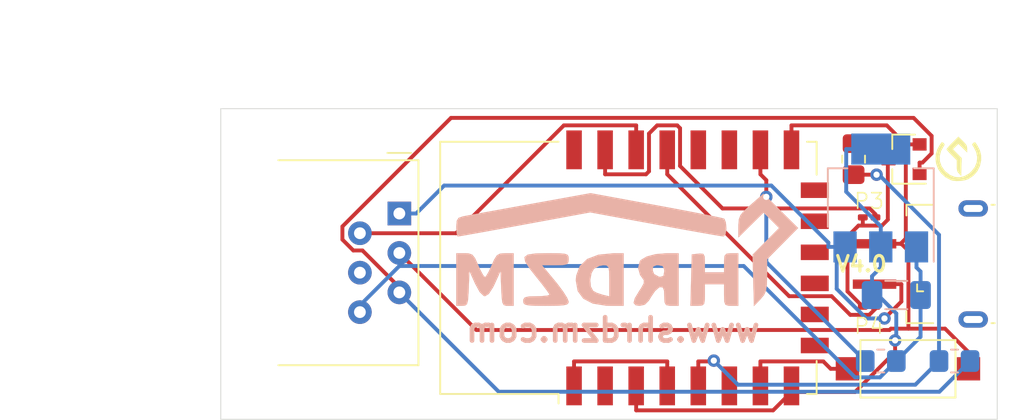
<source format=kicad_pcb>
(kicad_pcb (version 20171130) (host pcbnew "(5.1.9)-1")

  (general
    (thickness 1.6)
    (drawings 8)
    (tracks 136)
    (zones 0)
    (modules 14)
    (nets 25)
  )

  (page A4)
  (layers
    (0 F.Cu signal)
    (31 B.Cu signal)
    (32 B.Adhes user)
    (33 F.Adhes user)
    (34 B.Paste user)
    (35 F.Paste user)
    (36 B.SilkS user)
    (37 F.SilkS user)
    (38 B.Mask user)
    (39 F.Mask user)
    (40 Dwgs.User user)
    (41 Cmts.User user)
    (42 Eco1.User user)
    (43 Eco2.User user)
    (44 Edge.Cuts user)
    (45 Margin user)
    (46 B.CrtYd user)
    (47 F.CrtYd user)
    (48 B.Fab user)
    (49 F.Fab user)
  )

  (setup
    (last_trace_width 0.25)
    (trace_clearance 0.2)
    (zone_clearance 0.508)
    (zone_45_only no)
    (trace_min 0.2)
    (via_size 0.8)
    (via_drill 0.4)
    (via_min_size 0.4)
    (via_min_drill 0.3)
    (uvia_size 0.3)
    (uvia_drill 0.1)
    (uvias_allowed no)
    (uvia_min_size 0.2)
    (uvia_min_drill 0.1)
    (edge_width 0.05)
    (segment_width 0.2)
    (pcb_text_width 0.3)
    (pcb_text_size 1.5 1.5)
    (mod_edge_width 0.12)
    (mod_text_size 1 1)
    (mod_text_width 0.15)
    (pad_size 1.524 1.524)
    (pad_drill 0.762)
    (pad_to_mask_clearance 0)
    (aux_axis_origin 0 0)
    (visible_elements FFFFFF7F)
    (pcbplotparams
      (layerselection 0x010fc_ffffffff)
      (usegerberextensions false)
      (usegerberattributes true)
      (usegerberadvancedattributes true)
      (creategerberjobfile true)
      (excludeedgelayer true)
      (linewidth 0.100000)
      (plotframeref false)
      (viasonmask false)
      (mode 1)
      (useauxorigin false)
      (hpglpennumber 1)
      (hpglpenspeed 20)
      (hpglpendiameter 15.000000)
      (psnegative false)
      (psa4output false)
      (plotreference true)
      (plotvalue true)
      (plotinvisibletext false)
      (padsonsilk false)
      (subtractmaskfromsilk false)
      (outputformat 1)
      (mirror false)
      (drillshape 1)
      (scaleselection 1)
      (outputdirectory ""))
  )

  (net 0 "")
  (net 1 "Net-(C1-Pad1)")
  (net 2 "Net-(C1-Pad2)")
  (net 3 "Net-(J1-Pad1)")
  (net 4 "Net-(J2-Pad5)")
  (net 5 "Net-(J2-Pad4)")
  (net 6 "Net-(J2-Pad2)")
  (net 7 "Net-(Q1-Pad3)")
  (net 8 "Net-(R1-Pad2)")
  (net 9 "Net-(R2-Pad2)")
  (net 10 "Net-(R3-Pad1)")
  (net 11 "Net-(R4-Pad1)")
  (net 12 "Net-(SW1-Pad1)")
  (net 13 "Net-(U2-Pad1)")
  (net 14 "Net-(U2-Pad2)")
  (net 15 "Net-(U2-Pad6)")
  (net 16 "Net-(U2-Pad9)")
  (net 17 "Net-(U2-Pad10)")
  (net 18 "Net-(U2-Pad11)")
  (net 19 "Net-(U2-Pad12)")
  (net 20 "Net-(U2-Pad13)")
  (net 21 "Net-(U2-Pad14)")
  (net 22 "Net-(U2-Pad17)")
  (net 23 "Net-(U2-Pad18)")
  (net 24 "Net-(U2-Pad22)")

  (net_class Default "This is the default net class."
    (clearance 0.2)
    (trace_width 0.25)
    (via_dia 0.8)
    (via_drill 0.4)
    (uvia_dia 0.3)
    (uvia_drill 0.1)
    (add_net "Net-(C1-Pad1)")
    (add_net "Net-(C1-Pad2)")
    (add_net "Net-(J1-Pad1)")
    (add_net "Net-(J2-Pad2)")
    (add_net "Net-(J2-Pad4)")
    (add_net "Net-(J2-Pad5)")
    (add_net "Net-(Q1-Pad3)")
    (add_net "Net-(R1-Pad2)")
    (add_net "Net-(R2-Pad2)")
    (add_net "Net-(R3-Pad1)")
    (add_net "Net-(R4-Pad1)")
    (add_net "Net-(SW1-Pad1)")
    (add_net "Net-(U2-Pad1)")
    (add_net "Net-(U2-Pad10)")
    (add_net "Net-(U2-Pad11)")
    (add_net "Net-(U2-Pad12)")
    (add_net "Net-(U2-Pad13)")
    (add_net "Net-(U2-Pad14)")
    (add_net "Net-(U2-Pad17)")
    (add_net "Net-(U2-Pad18)")
    (add_net "Net-(U2-Pad2)")
    (add_net "Net-(U2-Pad22)")
    (add_net "Net-(U2-Pad6)")
    (add_net "Net-(U2-Pad9)")
  )

  (module "SHRDZM:SHRDZM 22x7" (layer B.Cu) (tedit 0) (tstamp 61468FD9)
    (at 96.25 49 180)
    (fp_text reference G1 (at 0 0) (layer B.SilkS) hide
      (effects (font (size 1.524 1.524) (thickness 0.3)) (justify mirror))
    )
    (fp_text value LOGO (at 0.75 0) (layer B.SilkS) hide
      (effects (font (size 1.524 1.524) (thickness 0.3)) (justify mirror))
    )
    (fp_poly (pts (xy -7.889393 2.826854) (xy -7.459882 2.439798) (xy -7.217448 2.152798) (xy -7.109048 1.873213)
      (xy -7.081642 1.508401) (xy -7.081212 1.415339) (xy -7.081212 0.703245) (xy -7.893288 1.505234)
      (xy -8.705365 2.307223) (xy -9.201025 1.811562) (xy -9.696686 1.315902) (xy -8.84527 0.455508)
      (xy -7.993854 -0.404885) (xy -8.037836 -2.060399) (xy -8.081818 -3.715914) (xy -8.505151 -3.273473)
      (xy -8.733883 -3.000547) (xy -8.861695 -2.717593) (xy -8.917059 -2.323211) (xy -8.928484 -1.765742)
      (xy -8.928484 -0.700453) (xy -10.929686 1.316201) (xy -9.813631 2.421238) (xy -8.697575 3.526275)
      (xy -7.889393 2.826854)) (layer B.SilkS) (width 0.01))
    (fp_poly (pts (xy -6.323272 -0.332194) (xy -6.191634 -0.463962) (xy -6.158304 -0.791414) (xy -6.157575 -0.923636)
      (xy -6.157575 -1.539394) (xy -4.92606 -1.539394) (xy -4.92606 -0.913411) (xy -4.90997 -0.516795)
      (xy -4.822498 -0.347616) (xy -4.604841 -0.325687) (xy -4.502727 -0.336138) (xy -4.079393 -0.384848)
      (xy -4.035701 -2.039697) (xy -3.992008 -3.694545) (xy -4.459034 -3.694545) (xy -4.746185 -3.674901)
      (xy -4.882186 -3.560245) (xy -4.923389 -3.266991) (xy -4.92606 -3.001818) (xy -4.92606 -2.30909)
      (xy -6.157575 -2.30909) (xy -6.157575 -3.001818) (xy -6.170963 -3.427786) (xy -6.248259 -3.629539)
      (xy -6.445168 -3.690629) (xy -6.619393 -3.694545) (xy -7.081212 -3.694545) (xy -7.081212 -0.307878)
      (xy -6.619393 -0.307878) (xy -6.323272 -0.332194)) (layer B.SilkS) (width 0.01))
    (fp_poly (pts (xy -1.761891 -0.364157) (xy -1.176456 -0.517601) (xy -0.795358 -0.745123) (xy -0.736702 -0.817812)
      (xy -0.622926 -1.255003) (xy -0.751502 -1.713021) (xy -0.860068 -1.862081) (xy -0.99411 -2.05174)
      (xy -0.986149 -2.247786) (xy -0.818135 -2.550589) (xy -0.706128 -2.718119) (xy -0.410165 -3.208523)
      (xy -0.330986 -3.512364) (xy -0.469438 -3.662528) (xy -0.731212 -3.694129) (xy -1.056406 -3.624237)
      (xy -1.314776 -3.367405) (xy -1.462424 -3.118673) (xy -1.71518 -2.746889) (xy -1.971816 -2.518078)
      (xy -2.039696 -2.492044) (xy -2.214385 -2.513209) (xy -2.293196 -2.712421) (xy -2.30909 -3.0675)
      (xy -2.326485 -3.466995) (xy -2.421636 -3.64641) (xy -2.658995 -3.693258) (xy -2.770909 -3.694545)
      (xy -3.232727 -3.694545) (xy -3.232727 -1.47313) (xy -2.30909 -1.47313) (xy -2.258836 -1.761451)
      (xy -2.055968 -1.82919) (xy -1.962727 -1.819494) (xy -1.651515 -1.644194) (xy -1.567172 -1.423939)
      (xy -1.58782 -1.165224) (xy -1.807492 -1.080681) (xy -1.913535 -1.077575) (xy -2.211204 -1.136573)
      (xy -2.306171 -1.375294) (xy -2.30909 -1.47313) (xy -3.232727 -1.47313) (xy -3.232727 -0.307878)
      (xy -2.473051 -0.307878) (xy -1.761891 -0.364157)) (layer B.SilkS) (width 0.01))
    (fp_poly (pts (xy 0.962122 -0.308737) (xy 1.928012 -0.402391) (xy 2.653662 -0.67821) (xy 3.134329 -1.132748)
      (xy 3.365267 -1.76256) (xy 3.386667 -2.069914) (xy 3.266339 -2.744473) (xy 2.90305 -3.237267)
      (xy 2.293344 -3.550801) (xy 1.433765 -3.68758) (xy 1.144525 -3.694545) (xy 0.307879 -3.694545)
      (xy 0.307879 -2.081114) (xy 1.231516 -2.081114) (xy 1.231516 -3.084653) (xy 1.654849 -2.983524)
      (xy 2.038885 -2.855649) (xy 2.270607 -2.730833) (xy 2.421578 -2.446134) (xy 2.454349 -2.018098)
      (xy 2.37379 -1.585602) (xy 2.221126 -1.31948) (xy 1.87761 -1.126027) (xy 1.605368 -1.077575)
      (xy 1.404546 -1.09646) (xy 1.292558 -1.199363) (xy 1.243559 -1.455657) (xy 1.231705 -1.934715)
      (xy 1.231516 -2.081114) (xy 0.307879 -2.081114) (xy 0.307879 -0.307878) (xy 0.962122 -0.308737)) (layer B.SilkS) (width 0.01))
    (fp_poly (pts (xy 6.008444 -0.324563) (xy 6.489165 -0.397713) (xy 6.697007 -0.561976) (xy 6.648045 -0.851995)
      (xy 6.358353 -1.302417) (xy 5.943455 -1.826753) (xy 5.558275 -2.307948) (xy 5.261632 -2.698313)
      (xy 5.0982 -2.938158) (xy 5.08 -2.980469) (xy 5.219249 -3.034323) (xy 5.578439 -3.070034)
      (xy 5.926667 -3.078787) (xy 6.415954 -3.092151) (xy 6.670845 -3.149929) (xy 6.764304 -3.278654)
      (xy 6.773334 -3.386666) (xy 6.751251 -3.529762) (xy 6.646928 -3.620073) (xy 6.403254 -3.669624)
      (xy 5.96312 -3.690438) (xy 5.31091 -3.694545) (xy 4.627332 -3.688681) (xy 4.195493 -3.66408)
      (xy 3.959361 -3.610229) (xy 3.862904 -3.516613) (xy 3.848485 -3.420136) (xy 3.942489 -3.182397)
      (xy 4.193196 -2.785351) (xy 4.553648 -2.300582) (xy 4.706811 -2.111651) (xy 5.565136 -1.077575)
      (xy 4.706811 -1.077575) (xy 4.217751 -1.0679) (xy 3.961604 -1.016496) (xy 3.863511 -0.889801)
      (xy 3.848485 -0.692727) (xy 3.859459 -0.510799) (xy 3.93181 -0.397724) (xy 4.12468 -0.33713)
      (xy 4.497215 -0.312646) (xy 5.108556 -0.3079) (xy 5.238771 -0.307878) (xy 6.008444 -0.324563)) (layer B.SilkS) (width 0.01))
    (fp_poly (pts (xy 8.26362 -0.330757) (xy 8.475033 -0.447322) (xy 8.651647 -0.729463) (xy 8.803601 -1.077575)
      (xy 8.999928 -1.504146) (xy 9.165105 -1.783649) (xy 9.236364 -1.847272) (xy 9.352911 -1.717378)
      (xy 9.532806 -1.383147) (xy 9.669127 -1.077575) (xy 9.871071 -0.630791) (xy 10.049204 -0.401604)
      (xy 10.284523 -0.318124) (xy 10.536318 -0.307878) (xy 11.083637 -0.307878) (xy 11.083637 -3.694545)
      (xy 10.705532 -3.694545) (xy 10.509824 -3.676699) (xy 10.392873 -3.579298) (xy 10.329724 -3.336552)
      (xy 10.295422 -2.882668) (xy 10.282199 -2.578484) (xy 10.23697 -1.462424) (xy 9.87165 -2.270606)
      (xy 9.578486 -2.808425) (xy 9.317423 -3.060581) (xy 9.236364 -3.078787) (xy 8.988976 -2.928941)
      (xy 8.705713 -2.48863) (xy 8.601078 -2.270606) (xy 8.235758 -1.462424) (xy 8.190529 -2.578484)
      (xy 8.161159 -3.154028) (xy 8.114644 -3.487584) (xy 8.026028 -3.644945) (xy 7.870356 -3.691902)
      (xy 7.767196 -3.694545) (xy 7.389091 -3.694545) (xy 7.389091 -0.307878) (xy 7.93641 -0.307878)
      (xy 8.26362 -0.330757)) (layer B.SilkS) (width 0.01))
    (fp_poly (pts (xy 6.33845 2.855293) (xy 7.417916 2.659623) (xy 8.416121 2.477961) (xy 9.287089 2.318731)
      (xy 9.98484 2.19036) (xy 10.463396 2.101271) (xy 10.660304 2.063377) (xy 10.937411 1.968731)
      (xy 11.057669 1.770842) (xy 11.083637 1.373224) (xy 11.061472 0.992029) (xy 11.006232 0.783193)
      (xy 10.98564 0.769697) (xy 10.81443 0.79655) (xy 10.380107 0.87235) (xy 9.722286 0.989964)
      (xy 8.880581 1.142255) (xy 7.894607 1.322089) (xy 6.803979 1.522331) (xy 6.675337 1.546032)
      (xy 2.463031 2.322366) (xy -1.749276 1.546032) (xy -2.854042 1.343541) (xy -3.863046 1.160741)
      (xy -4.735726 1.004807) (xy -5.431519 0.882919) (xy -5.909864 0.802252) (xy -6.130199 0.769986)
      (xy -6.136549 0.769697) (xy -6.253464 0.905031) (xy -6.310375 1.238488) (xy -6.311515 1.2994)
      (xy -6.273638 1.680671) (xy -6.181152 1.907521) (xy -6.168231 1.917657) (xy -5.98478 1.967536)
      (xy -5.538462 2.064115) (xy -4.8694 2.199457) (xy -4.017718 2.365623) (xy -3.02354 2.554673)
      (xy -1.92699 2.758671) (xy -1.792509 2.783396) (xy 2.43993 3.56058) (xy 6.33845 2.855293)) (layer B.SilkS) (width 0.01))
  )

  (module "SHRDZM:SHRDZM Symbol 3x3" (layer F.Cu) (tedit 0) (tstamp 6146865A)
    (at 117.5 43.25)
    (fp_text reference G2 (at 0 0) (layer F.SilkS) hide
      (effects (font (size 1.524 1.524) (thickness 0.3)))
    )
    (fp_text value LOGO (at 0.75 0) (layer F.SilkS) hide
      (effects (font (size 1.524 1.524) (thickness 0.3)))
    )
    (fp_poly (pts (xy -0.964279 -1.040565) (xy -0.962134 -1.038625) (xy -0.895183 -0.963343) (xy -0.904292 -0.896181)
      (xy -0.940626 -0.84248) (xy -1.122477 -0.522056) (xy -1.207656 -0.192211) (xy -1.196872 0.135435)
      (xy -1.090835 0.449266) (xy -0.890254 0.737661) (xy -0.841013 0.789121) (xy -0.553279 1.015232)
      (xy -0.249064 1.14303) (xy 0.062476 1.172517) (xy 0.372184 1.103691) (xy 0.670903 0.936554)
      (xy 0.841012 0.789121) (xy 1.059653 0.506935) (xy 1.183887 0.197085) (xy 1.213004 -0.128812)
      (xy 1.146294 -0.459135) (xy 0.983048 -0.782268) (xy 0.940625 -0.84248) (xy 0.891303 -0.927962)
      (xy 0.914827 -0.992261) (xy 0.962133 -1.038625) (xy 1.021211 -1.084731) (xy 1.068578 -1.083922)
      (xy 1.125623 -1.023165) (xy 1.21374 -0.889426) (xy 1.217989 -0.882727) (xy 1.378882 -0.572228)
      (xy 1.456368 -0.264303) (xy 1.460214 0.077694) (xy 1.381906 0.44672) (xy 1.214004 0.778877)
      (xy 0.965857 1.060382) (xy 0.646814 1.277448) (xy 0.64635 1.277686) (xy 0.421101 1.356666)
      (xy 0.14492 1.401299) (xy -0.140151 1.408785) (xy -0.392068 1.37633) (xy -0.472543 1.352133)
      (xy -0.817641 1.17416) (xy -1.099517 0.927474) (xy -1.308555 0.625345) (xy -1.435141 0.281041)
      (xy -1.470687 -0.0254) (xy -1.446539 -0.339501) (xy -1.360043 -0.620782) (xy -1.217374 -0.8837)
      (xy -1.127862 -1.020115) (xy -1.070154 -1.083045) (xy -1.022781 -1.085518) (xy -0.964279 -1.040565)) (layer F.SilkS) (width 0.01))
    (fp_poly (pts (xy 0.279165 -1.168632) (xy 0.422541 -1.021868) (xy 0.506383 -0.914993) (xy 0.546412 -0.819633)
      (xy 0.558347 -0.707412) (xy 0.5588 -0.663871) (xy 0.5588 -0.435271) (xy 0.27991 -0.710696)
      (xy 0.001021 -0.986121) (xy -0.356875 -0.639235) (xy -0.075086 -0.354474) (xy 0.206704 -0.069713)
      (xy 0.1778 1.073827) (xy 0.0381 0.927833) (xy -0.037098 0.838234) (xy -0.079263 0.745446)
      (xy -0.097671 0.616256) (xy -0.1016 0.427552) (xy -0.1016 0.073264) (xy -0.4318 -0.254)
      (xy -0.577309 -0.403729) (xy -0.690086 -0.530269) (xy -0.753724 -0.614702) (xy -0.762 -0.634804)
      (xy -0.727925 -0.690727) (xy -0.63583 -0.799858) (xy -0.500912 -0.944964) (xy -0.381235 -1.066568)
      (xy -0.000469 -1.444791) (xy 0.279165 -1.168632)) (layer F.SilkS) (width 0.01))
  )

  (module ErichCollection:RJ12_Amphenol_54601 (layer F.Cu) (tedit 614616D7) (tstamp 6146719F)
    (at 81.5 46.75 270)
    (descr "RJ12 connector  https://cdn.amphenol-icc.com/media/wysiwyg/files/drawing/c-bmj-0082.pdf")
    (tags "RJ12 connector")
    (path /61467AE7)
    (fp_text reference J2 (at -1.67 -2.16 270) (layer F.SilkS) hide
      (effects (font (size 1 1) (thickness 0.15)))
    )
    (fp_text value RJ12 (at 3.54 18.3 270) (layer F.Fab) hide
      (effects (font (size 1 1) (thickness 0.15)))
    )
    (fp_text user %R (at 3.16 7.76 270) (layer F.Fab) hide
      (effects (font (size 1 1) (thickness 0.15)))
    )
    (fp_line (start -3.43 -0.48) (end -3.43 -1.23) (layer F.Fab) (width 0.1))
    (fp_line (start -2.93 0.02) (end -3.43 -0.48) (layer F.Fab) (width 0.1))
    (fp_line (start -3.43 0.52) (end -2.93 0.02) (layer F.Fab) (width 0.1))
    (fp_line (start -3.9 0.77) (end -3.9 -0.76) (layer F.SilkS) (width 0.12))
    (fp_line (start -3.43 7.79) (end -3.43 -1.23) (layer F.SilkS) (width 0.12))
    (fp_line (start -3.43 7.72) (end -3.43 7.79) (layer F.SilkS) (width 0.1))
    (fp_line (start 9.77 -1.23) (end 9.77 7.79) (layer F.SilkS) (width 0.12))
    (fp_line (start -3.43 -1.23) (end 9.77 -1.23) (layer F.SilkS) (width 0.12))
    (fp_line (start -4.04 17.27) (end -4.04 -1.73) (layer F.CrtYd) (width 0.05))
    (fp_line (start 10.38 17.27) (end -4.04 17.27) (layer F.CrtYd) (width 0.05))
    (fp_line (start 10.38 -1.73) (end 10.38 17.27) (layer F.CrtYd) (width 0.05))
    (fp_line (start -4.04 -1.73) (end 10.38 -1.73) (layer F.CrtYd) (width 0.05))
    (fp_line (start 9.77 16.77) (end -3.43 16.77) (layer F.Fab) (width 0.1))
    (fp_line (start 9.77 -1.23) (end 9.77 16.77) (layer F.Fab) (width 0.1))
    (fp_line (start -3.43 -1.23) (end 9.77 -1.23) (layer F.Fab) (width 0.1))
    (fp_line (start -3.43 16.77) (end -3.43 0.52) (layer F.Fab) (width 0.1))
    (pad 1 thru_hole rect (at 0 0 270) (size 1.52 1.52) (drill 0.76) (layers *.Cu *.Mask)
      (net 3 "Net-(J1-Pad1)"))
    (pad "" np_thru_hole circle (at -1.91 8.89 270) (size 3.25 3.25) (drill 3.25) (layers *.Cu *.Mask))
    (pad 2 thru_hole circle (at 1.27 2.54 270) (size 1.52 1.52) (drill 0.76) (layers *.Cu *.Mask)
      (net 6 "Net-(J2-Pad2)"))
    (pad 3 thru_hole circle (at 2.54 0 270) (size 1.52 1.52) (drill 0.76) (layers *.Cu *.Mask)
      (net 2 "Net-(C1-Pad2)"))
    (pad 4 thru_hole circle (at 3.81 2.54 270) (size 1.52 1.52) (drill 0.76) (layers *.Cu *.Mask)
      (net 5 "Net-(J2-Pad4)"))
    (pad 5 thru_hole circle (at 5.08 0 270) (size 1.52 1.52) (drill 0.76) (layers *.Cu *.Mask)
      (net 4 "Net-(J2-Pad5)"))
    (pad 6 thru_hole circle (at 6.35 2.54 270) (size 1.52 1.52) (drill 0.76) (layers *.Cu *.Mask)
      (net 2 "Net-(C1-Pad2)"))
    (pad "" np_thru_hole circle (at 8.25 8.89 270) (size 3.25 3.25) (drill 3.25) (layers *.Cu *.Mask))
    (model ${KISYS3DMOD}/Connector_RJ.3dshapes/RJ12_Amphenol_54601.wrl
      (at (xyz 0 0 0))
      (scale (xyz 1 1 1))
      (rotate (xyz 0 0 0))
    )
  )

  (module Button_Switch_SMD:SW_SPST_CK_RS282G05A3 (layer F.Cu) (tedit 5A7A67D2) (tstamp 6146790A)
    (at 114.25 56.75)
    (descr https://www.mouser.com/ds/2/60/RS-282G05A-SM_RT-1159762.pdf)
    (tags "SPST button tactile switch")
    (path /6146B626)
    (attr smd)
    (fp_text reference SW1 (at 0 -2.6) (layer F.SilkS) hide
      (effects (font (size 1 1) (thickness 0.15)))
    )
    (fp_text value SW_Push (at 0 3) (layer F.Fab) hide
      (effects (font (size 1 1) (thickness 0.15)))
    )
    (fp_text user %R (at 0 -2.6) (layer F.Fab) hide
      (effects (font (size 1 1) (thickness 0.15)))
    )
    (fp_line (start -4.9 2.05) (end -4.9 -2.05) (layer F.CrtYd) (width 0.05))
    (fp_line (start 4.9 2.05) (end -4.9 2.05) (layer F.CrtYd) (width 0.05))
    (fp_line (start 4.9 -2.05) (end 4.9 2.05) (layer F.CrtYd) (width 0.05))
    (fp_line (start -4.9 -2.05) (end 4.9 -2.05) (layer F.CrtYd) (width 0.05))
    (fp_line (start -1.75 -1) (end 1.75 -1) (layer F.Fab) (width 0.1))
    (fp_line (start 1.75 -1) (end 1.75 1) (layer F.Fab) (width 0.1))
    (fp_line (start 1.75 1) (end -1.75 1) (layer F.Fab) (width 0.1))
    (fp_line (start -1.75 1) (end -1.75 -1) (layer F.Fab) (width 0.1))
    (fp_line (start -3.06 -1.85) (end 3.06 -1.85) (layer F.SilkS) (width 0.12))
    (fp_line (start 3.06 -1.85) (end 3.06 1.85) (layer F.SilkS) (width 0.12))
    (fp_line (start 3.06 1.85) (end -3.06 1.85) (layer F.SilkS) (width 0.12))
    (fp_line (start -3.06 1.85) (end -3.06 -1.85) (layer F.SilkS) (width 0.12))
    (fp_line (start -1.5 0.8) (end 1.5 0.8) (layer F.Fab) (width 0.1))
    (fp_line (start -1.5 -0.8) (end 1.5 -0.8) (layer F.Fab) (width 0.1))
    (fp_line (start 1.5 -0.8) (end 1.5 0.8) (layer F.Fab) (width 0.1))
    (fp_line (start -1.5 -0.8) (end -1.5 0.8) (layer F.Fab) (width 0.1))
    (fp_line (start -3 1.8) (end 3 1.8) (layer F.Fab) (width 0.1))
    (fp_line (start -3 -1.8) (end 3 -1.8) (layer F.Fab) (width 0.1))
    (fp_line (start -3 -1.8) (end -3 1.8) (layer F.Fab) (width 0.1))
    (fp_line (start 3 -1.8) (end 3 1.8) (layer F.Fab) (width 0.1))
    (pad 2 smd rect (at 3.9 0) (size 1.5 1.5) (layers F.Cu F.Paste F.Mask)
      (net 2 "Net-(C1-Pad2)"))
    (pad 1 smd rect (at -3.9 0) (size 1.5 1.5) (layers F.Cu F.Paste F.Mask)
      (net 12 "Net-(SW1-Pad1)"))
    (model ${KISYS3DMOD}/Button_Switch_SMD.3dshapes/SW_SPST_CK_RS282G05A3.wrl
      (at (xyz 0 0 0))
      (scale (xyz 1 1 1))
      (rotate (xyz 0 0 0))
    )
  )

  (module Capacitor_SMD:C_1206_3216Metric_Pad1.33x1.80mm_HandSolder (layer B.Cu) (tedit 5F68FEEF) (tstamp 614669CC)
    (at 113.5 52)
    (descr "Capacitor SMD 1206 (3216 Metric), square (rectangular) end terminal, IPC_7351 nominal with elongated pad for handsoldering. (Body size source: IPC-SM-782 page 76, https://www.pcb-3d.com/wordpress/wp-content/uploads/ipc-sm-782a_amendment_1_and_2.pdf), generated with kicad-footprint-generator")
    (tags "capacitor handsolder")
    (path /61461A3E)
    (attr smd)
    (fp_text reference C1 (at 0 1.85) (layer B.SilkS) hide
      (effects (font (size 1 1) (thickness 0.15)) (justify mirror))
    )
    (fp_text value 22uF (at 0 -1.85) (layer B.Fab)
      (effects (font (size 1 1) (thickness 0.15)) (justify mirror))
    )
    (fp_line (start 2.48 -1.15) (end -2.48 -1.15) (layer B.CrtYd) (width 0.05))
    (fp_line (start 2.48 1.15) (end 2.48 -1.15) (layer B.CrtYd) (width 0.05))
    (fp_line (start -2.48 1.15) (end 2.48 1.15) (layer B.CrtYd) (width 0.05))
    (fp_line (start -2.48 -1.15) (end -2.48 1.15) (layer B.CrtYd) (width 0.05))
    (fp_line (start -0.711252 -0.91) (end 0.711252 -0.91) (layer B.SilkS) (width 0.12))
    (fp_line (start -0.711252 0.91) (end 0.711252 0.91) (layer B.SilkS) (width 0.12))
    (fp_line (start 1.6 -0.8) (end -1.6 -0.8) (layer B.Fab) (width 0.1))
    (fp_line (start 1.6 0.8) (end 1.6 -0.8) (layer B.Fab) (width 0.1))
    (fp_line (start -1.6 0.8) (end 1.6 0.8) (layer B.Fab) (width 0.1))
    (fp_line (start -1.6 -0.8) (end -1.6 0.8) (layer B.Fab) (width 0.1))
    (fp_text user %R (at 0 0) (layer B.Fab)
      (effects (font (size 0.8 0.8) (thickness 0.12)) (justify mirror))
    )
    (pad 1 smd roundrect (at -1.5625 0) (size 1.325 1.8) (layers B.Cu B.Paste B.Mask) (roundrect_rratio 0.188679)
      (net 1 "Net-(C1-Pad1)"))
    (pad 2 smd roundrect (at 1.5625 0) (size 1.325 1.8) (layers B.Cu B.Paste B.Mask) (roundrect_rratio 0.188679)
      (net 2 "Net-(C1-Pad2)"))
    (model ${KISYS3DMOD}/Capacitor_SMD.3dshapes/C_1206_3216Metric.wrl
      (at (xyz 0 0 0))
      (scale (xyz 1 1 1))
      (rotate (xyz 0 0 0))
    )
  )

  (module SHRDZM:USB_Micro-B_Power (layer F.Cu) (tedit 6055B067) (tstamp 614669EB)
    (at 117.25 50 90)
    (tags "Micro-USB Power")
    (path /614630D6)
    (attr smd)
    (fp_text reference J1 (at 0.05 -7.3 90) (layer F.SilkS) hide
      (effects (font (size 1 1) (thickness 0.15)))
    )
    (fp_text value USB_B_Micro_Power (at 0 5.2 90) (layer F.Fab) hide
      (effects (font (size 1 1) (thickness 0.15)))
    )
    (fp_line (start -4.6 4.45) (end 4.6 4.45) (layer F.CrtYd) (width 0.05))
    (fp_line (start 4.6 -2.65) (end 4.6 4.45) (layer F.CrtYd) (width 0.05))
    (fp_line (start -4.6 -2.65) (end 4.6 -2.65) (layer F.CrtYd) (width 0.05))
    (fp_line (start -4.6 4.45) (end -4.6 -2.65) (layer F.CrtYd) (width 0.05))
    (fp_line (start -3.7 -3.1) (end -3.04 -3.1) (layer F.SilkS) (width 0.12))
    (fp_line (start -3.81 -1.37) (end -3.81 -3.1) (layer F.SilkS) (width 0.12))
    (fp_line (start 3.81 2.59) (end 3.81 2.38) (layer F.SilkS) (width 0.12))
    (fp_line (start 3.7 3.95) (end 3.7 -1.6) (layer F.Fab) (width 0.1))
    (fp_line (start -3 2.65) (end 3 2.65) (layer F.Fab) (width 0.1))
    (fp_line (start -3.7 3.95) (end 3.7 3.95) (layer F.Fab) (width 0.1))
    (fp_line (start -3.7 -1.6) (end 3.7 -1.6) (layer F.Fab) (width 0.1))
    (fp_line (start -3.7 3.95) (end -3.7 -1.6) (layer F.Fab) (width 0.1))
    (fp_line (start -3.81 2.59) (end -3.81 2.38) (layer F.SilkS) (width 0.12))
    (fp_line (start 3.81 -1.37) (end 3.81 -3.1) (layer F.SilkS) (width 0.12))
    (fp_line (start 3.775 -3.1) (end 3.125 -3.1) (layer F.SilkS) (width 0.12))
    (fp_line (start -1.76 -2.41) (end -1.31 -2.41) (layer F.SilkS) (width 0.12))
    (fp_line (start -1.76 -2.41) (end -1.76 -2.02) (layer F.SilkS) (width 0.12))
    (fp_line (start -1.3 -1.75) (end -1.5 -1.95) (layer F.Fab) (width 0.1))
    (fp_line (start -1.1 -1.95) (end -1.3 -1.75) (layer F.Fab) (width 0.1))
    (fp_line (start -1.5 -2.16) (end -1.1 -2.16) (layer F.Fab) (width 0.1))
    (fp_line (start -1.5 -2.16) (end -1.5 -1.95) (layer F.Fab) (width 0.1))
    (fp_line (start -1.1 -2.16) (end -1.1 -1.95) (layer F.Fab) (width 0.1))
    (fp_text user %R (at 0 0.85 90) (layer F.Fab) hide
      (effects (font (size 1 1) (thickness 0.15)))
    )
    (pad "" thru_hole oval (at 3.575 1.2 90) (size 1.05 1.9) (drill oval 0.45 1.25) (layers *.Cu *.Mask))
    (pad "" thru_hole oval (at -3.575 1.2 270) (size 1.05 1.9) (drill oval 0.45 1.25) (layers *.Cu *.Mask))
    (pad 5 smd rect (at 1.3 -5.15 90) (size 0.6 2.8) (layers F.Cu F.Paste F.Mask)
      (net 2 "Net-(C1-Pad2)"))
    (pad 1 smd rect (at -1.3 -5.15 90) (size 0.6 2.8) (layers F.Cu F.Paste F.Mask)
      (net 3 "Net-(J1-Pad1)"))
    (model ${KISYS3DMOD}/Connector_USB.3dshapes/USB_Micro-B_GCT_USB3076-30-A.wrl
      (at (xyz 0 0 0))
      (scale (xyz 1 1 1))
      (rotate (xyz 0 0 0))
    )
  )

  (module Package_TO_SOT_SMD:SOT-23 (layer F.Cu) (tedit 5A02FF57) (tstamp 61466A1A)
    (at 114 43.25 180)
    (descr "SOT-23, Standard")
    (tags SOT-23)
    (path /61463C8C)
    (attr smd)
    (fp_text reference Q1 (at 0 -2.5) (layer F.SilkS) hide
      (effects (font (size 1 1) (thickness 0.15)))
    )
    (fp_text value BC847 (at 0 2.5) (layer F.Fab) hide
      (effects (font (size 1 1) (thickness 0.15)))
    )
    (fp_line (start 0.76 1.58) (end -0.7 1.58) (layer F.SilkS) (width 0.12))
    (fp_line (start 0.76 -1.58) (end -1.4 -1.58) (layer F.SilkS) (width 0.12))
    (fp_line (start -1.7 1.75) (end -1.7 -1.75) (layer F.CrtYd) (width 0.05))
    (fp_line (start 1.7 1.75) (end -1.7 1.75) (layer F.CrtYd) (width 0.05))
    (fp_line (start 1.7 -1.75) (end 1.7 1.75) (layer F.CrtYd) (width 0.05))
    (fp_line (start -1.7 -1.75) (end 1.7 -1.75) (layer F.CrtYd) (width 0.05))
    (fp_line (start 0.76 -1.58) (end 0.76 -0.65) (layer F.SilkS) (width 0.12))
    (fp_line (start 0.76 1.58) (end 0.76 0.65) (layer F.SilkS) (width 0.12))
    (fp_line (start -0.7 1.52) (end 0.7 1.52) (layer F.Fab) (width 0.1))
    (fp_line (start 0.7 -1.52) (end 0.7 1.52) (layer F.Fab) (width 0.1))
    (fp_line (start -0.7 -0.95) (end -0.15 -1.52) (layer F.Fab) (width 0.1))
    (fp_line (start -0.15 -1.52) (end 0.7 -1.52) (layer F.Fab) (width 0.1))
    (fp_line (start -0.7 -0.95) (end -0.7 1.5) (layer F.Fab) (width 0.1))
    (fp_text user %R (at 0 0 90) (layer F.Fab) hide
      (effects (font (size 0.5 0.5) (thickness 0.075)))
    )
    (pad 1 smd rect (at -1 -0.95 180) (size 0.9 0.8) (layers F.Cu F.Paste F.Mask)
      (net 4 "Net-(J2-Pad5)"))
    (pad 2 smd rect (at -1 0.95 180) (size 0.9 0.8) (layers F.Cu F.Paste F.Mask)
      (net 2 "Net-(C1-Pad2)"))
    (pad 3 smd rect (at 1 0 180) (size 0.9 0.8) (layers F.Cu F.Paste F.Mask)
      (net 7 "Net-(Q1-Pad3)"))
    (model ${KISYS3DMOD}/Package_TO_SOT_SMD.3dshapes/SOT-23.wrl
      (at (xyz 0 0 0))
      (scale (xyz 1 1 1))
      (rotate (xyz 0 0 0))
    )
  )

  (module Resistor_SMD:R_0201_0603Metric_Pad0.64x0.40mm_HandSolder (layer F.Cu) (tedit 5F6BB9E0) (tstamp 61466A2B)
    (at 111.75 47)
    (descr "Resistor SMD 0201 (0603 Metric), square (rectangular) end terminal, IPC_7351 nominal with elongated pad for handsoldering. (Body size source: https://www.vishay.com/docs/20052/crcw0201e3.pdf), generated with kicad-footprint-generator")
    (tags "resistor handsolder")
    (path /61465FC7)
    (attr smd)
    (fp_text reference P3 (at 0 -1.05) (layer F.SilkS)
      (effects (font (size 1 1) (thickness 0.1)))
    )
    (fp_text value 0 (at 0 1.05) (layer F.Fab) hide
      (effects (font (size 1 1) (thickness 0.15)))
    )
    (fp_line (start 0.88 0.35) (end -0.88 0.35) (layer F.CrtYd) (width 0.05))
    (fp_line (start 0.88 -0.35) (end 0.88 0.35) (layer F.CrtYd) (width 0.05))
    (fp_line (start -0.88 -0.35) (end 0.88 -0.35) (layer F.CrtYd) (width 0.05))
    (fp_line (start -0.88 0.35) (end -0.88 -0.35) (layer F.CrtYd) (width 0.05))
    (fp_line (start 0.3 0.15) (end -0.3 0.15) (layer F.Fab) (width 0.1))
    (fp_line (start 0.3 -0.15) (end 0.3 0.15) (layer F.Fab) (width 0.1))
    (fp_line (start -0.3 -0.15) (end 0.3 -0.15) (layer F.Fab) (width 0.1))
    (fp_line (start -0.3 0.15) (end -0.3 -0.15) (layer F.Fab) (width 0.1))
    (fp_text user %R (at 0 -0.68) (layer F.Fab)
      (effects (font (size 0.25 0.25) (thickness 0.04)))
    )
    (pad "" smd roundrect (at -0.4325 0) (size 0.458 0.36) (layers F.Paste) (roundrect_rratio 0.25))
    (pad "" smd roundrect (at 0.4325 0) (size 0.458 0.36) (layers F.Paste) (roundrect_rratio 0.25))
    (pad 1 smd roundrect (at -0.4075 0) (size 0.635 0.4) (layers F.Cu F.Mask) (roundrect_rratio 0.25)
      (net 7 "Net-(Q1-Pad3)"))
    (pad 2 smd roundrect (at 0.4075 0) (size 0.635 0.4) (layers F.Cu F.Mask) (roundrect_rratio 0.25)
      (net 8 "Net-(R1-Pad2)"))
    (model ${KISYS3DMOD}/Resistor_SMD.3dshapes/R_0201_0603Metric.wrl
      (at (xyz 0 0 0))
      (scale (xyz 1 1 1))
      (rotate (xyz 0 0 0))
    )
  )

  (module Resistor_SMD:R_0201_0603Metric_Pad0.64x0.40mm_HandSolder (layer F.Cu) (tedit 5F6BB9E0) (tstamp 61466A3C)
    (at 111.75 52.75)
    (descr "Resistor SMD 0201 (0603 Metric), square (rectangular) end terminal, IPC_7351 nominal with elongated pad for handsoldering. (Body size source: https://www.vishay.com/docs/20052/crcw0201e3.pdf), generated with kicad-footprint-generator")
    (tags "resistor handsolder")
    (path /61466A9B)
    (attr smd)
    (fp_text reference P4 (at 0 1.25) (layer F.SilkS)
      (effects (font (size 1 1) (thickness 0.1)))
    )
    (fp_text value 0 (at 0 1.05) (layer F.Fab) hide
      (effects (font (size 1 1) (thickness 0.15)))
    )
    (fp_text user %R (at 0 -0.68) (layer F.Fab)
      (effects (font (size 0.25 0.25) (thickness 0.04)))
    )
    (fp_line (start -0.3 0.15) (end -0.3 -0.15) (layer F.Fab) (width 0.1))
    (fp_line (start -0.3 -0.15) (end 0.3 -0.15) (layer F.Fab) (width 0.1))
    (fp_line (start 0.3 -0.15) (end 0.3 0.15) (layer F.Fab) (width 0.1))
    (fp_line (start 0.3 0.15) (end -0.3 0.15) (layer F.Fab) (width 0.1))
    (fp_line (start -0.88 0.35) (end -0.88 -0.35) (layer F.CrtYd) (width 0.05))
    (fp_line (start -0.88 -0.35) (end 0.88 -0.35) (layer F.CrtYd) (width 0.05))
    (fp_line (start 0.88 -0.35) (end 0.88 0.35) (layer F.CrtYd) (width 0.05))
    (fp_line (start 0.88 0.35) (end -0.88 0.35) (layer F.CrtYd) (width 0.05))
    (pad 2 smd roundrect (at 0.4075 0) (size 0.635 0.4) (layers F.Cu F.Mask) (roundrect_rratio 0.25)
      (net 9 "Net-(R2-Pad2)"))
    (pad 1 smd roundrect (at -0.4075 0) (size 0.635 0.4) (layers F.Cu F.Mask) (roundrect_rratio 0.25)
      (net 7 "Net-(Q1-Pad3)"))
    (pad "" smd roundrect (at 0.4325 0) (size 0.458 0.36) (layers F.Paste) (roundrect_rratio 0.25))
    (pad "" smd roundrect (at -0.4325 0) (size 0.458 0.36) (layers F.Paste) (roundrect_rratio 0.25))
    (model ${KISYS3DMOD}/Resistor_SMD.3dshapes/R_0201_0603Metric.wrl
      (at (xyz 0 0 0))
      (scale (xyz 1 1 1))
      (rotate (xyz 0 0 0))
    )
  )

  (module Resistor_SMD:R_0805_2012Metric_Pad1.20x1.40mm_HandSolder (layer B.Cu) (tedit 5F68FEEE) (tstamp 61466A4D)
    (at 112.5 56.25)
    (descr "Resistor SMD 0805 (2012 Metric), square (rectangular) end terminal, IPC_7351 nominal with elongated pad for handsoldering. (Body size source: IPC-SM-782 page 72, https://www.pcb-3d.com/wordpress/wp-content/uploads/ipc-sm-782a_amendment_1_and_2.pdf), generated with kicad-footprint-generator")
    (tags "resistor handsolder")
    (path /61466CF6)
    (attr smd)
    (fp_text reference R3 (at 0 1.65) (layer B.SilkS) hide
      (effects (font (size 1 1) (thickness 0.15)) (justify mirror))
    )
    (fp_text value 2.2k (at 0 -1.65) (layer B.Fab)
      (effects (font (size 1 1) (thickness 0.15)) (justify mirror))
    )
    (fp_line (start 1.85 -0.95) (end -1.85 -0.95) (layer B.CrtYd) (width 0.05))
    (fp_line (start 1.85 0.95) (end 1.85 -0.95) (layer B.CrtYd) (width 0.05))
    (fp_line (start -1.85 0.95) (end 1.85 0.95) (layer B.CrtYd) (width 0.05))
    (fp_line (start -1.85 -0.95) (end -1.85 0.95) (layer B.CrtYd) (width 0.05))
    (fp_line (start -0.227064 -0.735) (end 0.227064 -0.735) (layer B.SilkS) (width 0.12))
    (fp_line (start -0.227064 0.735) (end 0.227064 0.735) (layer B.SilkS) (width 0.12))
    (fp_line (start 1 -0.625) (end -1 -0.625) (layer B.Fab) (width 0.1))
    (fp_line (start 1 0.625) (end 1 -0.625) (layer B.Fab) (width 0.1))
    (fp_line (start -1 0.625) (end 1 0.625) (layer B.Fab) (width 0.1))
    (fp_line (start -1 -0.625) (end -1 0.625) (layer B.Fab) (width 0.1))
    (fp_text user %R (at 0 0) (layer B.Fab)
      (effects (font (size 0.5 0.5) (thickness 0.08)) (justify mirror))
    )
    (pad 1 smd roundrect (at -1 0) (size 1.2 1.4) (layers B.Cu B.Paste B.Mask) (roundrect_rratio 0.208333)
      (net 10 "Net-(R3-Pad1)"))
    (pad 2 smd roundrect (at 1 0) (size 1.2 1.4) (layers B.Cu B.Paste B.Mask) (roundrect_rratio 0.208333)
      (net 2 "Net-(C1-Pad2)"))
    (model ${KISYS3DMOD}/Resistor_SMD.3dshapes/R_0805_2012Metric.wrl
      (at (xyz 0 0 0))
      (scale (xyz 1 1 1))
      (rotate (xyz 0 0 0))
    )
  )

  (module Resistor_SMD:R_0805_2012Metric_Pad1.20x1.40mm_HandSolder (layer F.Cu) (tedit 5F68FEEE) (tstamp 61466A5E)
    (at 110.75 43.25 90)
    (descr "Resistor SMD 0805 (2012 Metric), square (rectangular) end terminal, IPC_7351 nominal with elongated pad for handsoldering. (Body size source: IPC-SM-782 page 72, https://www.pcb-3d.com/wordpress/wp-content/uploads/ipc-sm-782a_amendment_1_and_2.pdf), generated with kicad-footprint-generator")
    (tags "resistor handsolder")
    (path /614653DE)
    (attr smd)
    (fp_text reference R4 (at 0 -1.65 90) (layer F.SilkS) hide
      (effects (font (size 1 1) (thickness 0.15)))
    )
    (fp_text value 10k (at 0 1.65 90) (layer F.Fab) hide
      (effects (font (size 1 1) (thickness 0.15)))
    )
    (fp_line (start 1.85 0.95) (end -1.85 0.95) (layer F.CrtYd) (width 0.05))
    (fp_line (start 1.85 -0.95) (end 1.85 0.95) (layer F.CrtYd) (width 0.05))
    (fp_line (start -1.85 -0.95) (end 1.85 -0.95) (layer F.CrtYd) (width 0.05))
    (fp_line (start -1.85 0.95) (end -1.85 -0.95) (layer F.CrtYd) (width 0.05))
    (fp_line (start -0.227064 0.735) (end 0.227064 0.735) (layer F.SilkS) (width 0.12))
    (fp_line (start -0.227064 -0.735) (end 0.227064 -0.735) (layer F.SilkS) (width 0.12))
    (fp_line (start 1 0.625) (end -1 0.625) (layer F.Fab) (width 0.1))
    (fp_line (start 1 -0.625) (end 1 0.625) (layer F.Fab) (width 0.1))
    (fp_line (start -1 -0.625) (end 1 -0.625) (layer F.Fab) (width 0.1))
    (fp_line (start -1 0.625) (end -1 -0.625) (layer F.Fab) (width 0.1))
    (fp_text user %R (at 0 0 90) (layer F.Fab)
      (effects (font (size 0.5 0.5) (thickness 0.08)))
    )
    (pad 1 smd roundrect (at -1 0 90) (size 1.2 1.4) (layers F.Cu F.Paste F.Mask) (roundrect_rratio 0.208333)
      (net 11 "Net-(R4-Pad1)"))
    (pad 2 smd roundrect (at 1 0 90) (size 1.2 1.4) (layers F.Cu F.Paste F.Mask) (roundrect_rratio 0.208333)
      (net 7 "Net-(Q1-Pad3)"))
    (model ${KISYS3DMOD}/Resistor_SMD.3dshapes/R_0805_2012Metric.wrl
      (at (xyz 0 0 0))
      (scale (xyz 1 1 1))
      (rotate (xyz 0 0 0))
    )
  )

  (module Resistor_SMD:R_0805_2012Metric_Pad1.20x1.40mm_HandSolder (layer B.Cu) (tedit 5F68FEEE) (tstamp 61466A6F)
    (at 117.25 56.25)
    (descr "Resistor SMD 0805 (2012 Metric), square (rectangular) end terminal, IPC_7351 nominal with elongated pad for handsoldering. (Body size source: IPC-SM-782 page 72, https://www.pcb-3d.com/wordpress/wp-content/uploads/ipc-sm-782a_amendment_1_and_2.pdf), generated with kicad-footprint-generator")
    (tags "resistor handsolder")
    (path /61465C4E)
    (attr smd)
    (fp_text reference R5 (at 0 1.65) (layer B.SilkS) hide
      (effects (font (size 1 1) (thickness 0.15)) (justify mirror))
    )
    (fp_text value 10k (at 0 -1.65) (layer B.Fab) hide
      (effects (font (size 1 1) (thickness 0.15)) (justify mirror))
    )
    (fp_text user %R (at 0 0) (layer B.Fab)
      (effects (font (size 0.5 0.5) (thickness 0.08)) (justify mirror))
    )
    (fp_line (start -1 -0.625) (end -1 0.625) (layer B.Fab) (width 0.1))
    (fp_line (start -1 0.625) (end 1 0.625) (layer B.Fab) (width 0.1))
    (fp_line (start 1 0.625) (end 1 -0.625) (layer B.Fab) (width 0.1))
    (fp_line (start 1 -0.625) (end -1 -0.625) (layer B.Fab) (width 0.1))
    (fp_line (start -0.227064 0.735) (end 0.227064 0.735) (layer B.SilkS) (width 0.12))
    (fp_line (start -0.227064 -0.735) (end 0.227064 -0.735) (layer B.SilkS) (width 0.12))
    (fp_line (start -1.85 -0.95) (end -1.85 0.95) (layer B.CrtYd) (width 0.05))
    (fp_line (start -1.85 0.95) (end 1.85 0.95) (layer B.CrtYd) (width 0.05))
    (fp_line (start 1.85 0.95) (end 1.85 -0.95) (layer B.CrtYd) (width 0.05))
    (fp_line (start 1.85 -0.95) (end -1.85 -0.95) (layer B.CrtYd) (width 0.05))
    (pad 2 smd roundrect (at 1 0) (size 1.2 1.4) (layers B.Cu B.Paste B.Mask) (roundrect_rratio 0.208333)
      (net 4 "Net-(J2-Pad5)"))
    (pad 1 smd roundrect (at -1 0) (size 1.2 1.4) (layers B.Cu B.Paste B.Mask) (roundrect_rratio 0.208333)
      (net 11 "Net-(R4-Pad1)"))
    (model ${KISYS3DMOD}/Resistor_SMD.3dshapes/R_0805_2012Metric.wrl
      (at (xyz 0 0 0))
      (scale (xyz 1 1 1))
      (rotate (xyz 0 0 0))
    )
  )

  (module Package_TO_SOT_SMD:SOT-223-3_TabPin2 (layer B.Cu) (tedit 5A02FF57) (tstamp 61466AA4)
    (at 112.5 45.75 90)
    (descr "module CMS SOT223 4 pins")
    (tags "CMS SOT")
    (path /61462090)
    (attr smd)
    (fp_text reference U1 (at 0 4.5 90) (layer B.SilkS) hide
      (effects (font (size 1 1) (thickness 0.15)) (justify mirror))
    )
    (fp_text value AMS1117-3.3 (at 0 -4.5 90) (layer B.Fab)
      (effects (font (size 1 1) (thickness 0.15)) (justify mirror))
    )
    (fp_line (start 1.85 3.35) (end 1.85 -3.35) (layer B.Fab) (width 0.1))
    (fp_line (start -1.85 -3.35) (end 1.85 -3.35) (layer B.Fab) (width 0.1))
    (fp_line (start -4.1 3.41) (end 1.91 3.41) (layer B.SilkS) (width 0.12))
    (fp_line (start -0.85 3.35) (end 1.85 3.35) (layer B.Fab) (width 0.1))
    (fp_line (start -1.85 -3.41) (end 1.91 -3.41) (layer B.SilkS) (width 0.12))
    (fp_line (start -1.85 2.35) (end -1.85 -3.35) (layer B.Fab) (width 0.1))
    (fp_line (start -1.85 2.35) (end -0.85 3.35) (layer B.Fab) (width 0.1))
    (fp_line (start -4.4 3.6) (end -4.4 -3.6) (layer B.CrtYd) (width 0.05))
    (fp_line (start -4.4 -3.6) (end 4.4 -3.6) (layer B.CrtYd) (width 0.05))
    (fp_line (start 4.4 -3.6) (end 4.4 3.6) (layer B.CrtYd) (width 0.05))
    (fp_line (start 4.4 3.6) (end -4.4 3.6) (layer B.CrtYd) (width 0.05))
    (fp_line (start 1.91 3.41) (end 1.91 2.15) (layer B.SilkS) (width 0.12))
    (fp_line (start 1.91 -3.41) (end 1.91 -2.15) (layer B.SilkS) (width 0.12))
    (fp_text user %R (at 0 0 180) (layer B.Fab)
      (effects (font (size 0.8 0.8) (thickness 0.12)) (justify mirror))
    )
    (pad 2 smd rect (at 3.15 0 90) (size 2 3.8) (layers B.Cu B.Paste B.Mask)
      (net 1 "Net-(C1-Pad1)"))
    (pad 2 smd rect (at -3.15 0 90) (size 2 1.5) (layers B.Cu B.Paste B.Mask)
      (net 1 "Net-(C1-Pad1)"))
    (pad 3 smd rect (at -3.15 -2.3 90) (size 2 1.5) (layers B.Cu B.Paste B.Mask)
      (net 3 "Net-(J1-Pad1)"))
    (pad 1 smd rect (at -3.15 2.3 90) (size 2 1.5) (layers B.Cu B.Paste B.Mask)
      (net 2 "Net-(C1-Pad2)"))
    (model ${KISYS3DMOD}/Package_TO_SOT_SMD.3dshapes/SOT-223.wrl
      (at (xyz 0 0 0))
      (scale (xyz 1 1 1))
      (rotate (xyz 0 0 0))
    )
  )

  (module RF_Module:ESP-12E (layer F.Cu) (tedit 5A030172) (tstamp 61466ADF)
    (at 96.25 50.25 90)
    (descr "Wi-Fi Module, http://wiki.ai-thinker.com/_media/esp8266/docs/aithinker_esp_12f_datasheet_en.pdf")
    (tags "Wi-Fi Module")
    (path /61460645)
    (attr smd)
    (fp_text reference U2 (at -10.56 -5.26 90) (layer F.SilkS) hide
      (effects (font (size 1 1) (thickness 0.15)))
    )
    (fp_text value ESP-12F (at -0.06 -12.78 90) (layer F.Fab) hide
      (effects (font (size 1 1) (thickness 0.15)))
    )
    (fp_line (start 5.56 -4.8) (end 8.12 -7.36) (layer Dwgs.User) (width 0.12))
    (fp_line (start 2.56 -4.8) (end 8.12 -10.36) (layer Dwgs.User) (width 0.12))
    (fp_line (start -0.44 -4.8) (end 6.88 -12.12) (layer Dwgs.User) (width 0.12))
    (fp_line (start -3.44 -4.8) (end 3.88 -12.12) (layer Dwgs.User) (width 0.12))
    (fp_line (start -6.44 -4.8) (end 0.88 -12.12) (layer Dwgs.User) (width 0.12))
    (fp_line (start -8.12 -6.12) (end -2.12 -12.12) (layer Dwgs.User) (width 0.12))
    (fp_line (start -8.12 -9.12) (end -5.12 -12.12) (layer Dwgs.User) (width 0.12))
    (fp_line (start -8.12 -4.8) (end -8.12 -12.12) (layer Dwgs.User) (width 0.12))
    (fp_line (start 8.12 -4.8) (end -8.12 -4.8) (layer Dwgs.User) (width 0.12))
    (fp_line (start 8.12 -12.12) (end 8.12 -4.8) (layer Dwgs.User) (width 0.12))
    (fp_line (start -8.12 -12.12) (end 8.12 -12.12) (layer Dwgs.User) (width 0.12))
    (fp_line (start -8.12 -4.5) (end -8.73 -4.5) (layer F.SilkS) (width 0.12))
    (fp_line (start -8.12 -4.5) (end -8.12 -12.12) (layer F.SilkS) (width 0.12))
    (fp_line (start -8.12 12.12) (end -8.12 11.5) (layer F.SilkS) (width 0.12))
    (fp_line (start -6 12.12) (end -8.12 12.12) (layer F.SilkS) (width 0.12))
    (fp_line (start 8.12 12.12) (end 6 12.12) (layer F.SilkS) (width 0.12))
    (fp_line (start 8.12 11.5) (end 8.12 12.12) (layer F.SilkS) (width 0.12))
    (fp_line (start 8.12 -12.12) (end 8.12 -4.5) (layer F.SilkS) (width 0.12))
    (fp_line (start -8.12 -12.12) (end 8.12 -12.12) (layer F.SilkS) (width 0.12))
    (fp_line (start -9.05 13.1) (end -9.05 -12.2) (layer F.CrtYd) (width 0.05))
    (fp_line (start 9.05 13.1) (end -9.05 13.1) (layer F.CrtYd) (width 0.05))
    (fp_line (start 9.05 -12.2) (end 9.05 13.1) (layer F.CrtYd) (width 0.05))
    (fp_line (start -9.05 -12.2) (end 9.05 -12.2) (layer F.CrtYd) (width 0.05))
    (fp_line (start -8 -4) (end -8 -12) (layer F.Fab) (width 0.12))
    (fp_line (start -7.5 -3.5) (end -8 -4) (layer F.Fab) (width 0.12))
    (fp_line (start -8 -3) (end -7.5 -3.5) (layer F.Fab) (width 0.12))
    (fp_line (start -8 12) (end -8 -3) (layer F.Fab) (width 0.12))
    (fp_line (start 8 12) (end -8 12) (layer F.Fab) (width 0.12))
    (fp_line (start 8 -12) (end 8 12) (layer F.Fab) (width 0.12))
    (fp_line (start -8 -12) (end 8 -12) (layer F.Fab) (width 0.12))
    (fp_text user Antenna (at -0.06 -7 270) (layer Cmts.User)
      (effects (font (size 1 1) (thickness 0.15)))
    )
    (fp_text user "KEEP-OUT ZONE" (at 0.03 -9.55 270) (layer Cmts.User)
      (effects (font (size 1 1) (thickness 0.15)))
    )
    (fp_text user %R (at 0.49 -0.8 90) (layer F.Fab)
      (effects (font (size 1 1) (thickness 0.15)))
    )
    (pad 1 smd rect (at -7.6 -3.5 90) (size 2.5 1) (layers F.Cu F.Paste F.Mask)
      (net 13 "Net-(U2-Pad1)"))
    (pad 2 smd rect (at -7.6 -1.5 90) (size 2.5 1) (layers F.Cu F.Paste F.Mask)
      (net 14 "Net-(U2-Pad2)"))
    (pad 3 smd rect (at -7.6 0.5 90) (size 2.5 1) (layers F.Cu F.Paste F.Mask)
      (net 1 "Net-(C1-Pad1)"))
    (pad 4 smd rect (at -7.6 2.5 90) (size 2.5 1) (layers F.Cu F.Paste F.Mask)
      (net 13 "Net-(U2-Pad1)"))
    (pad 5 smd rect (at -7.6 4.5 90) (size 2.5 1) (layers F.Cu F.Paste F.Mask)
      (net 11 "Net-(R4-Pad1)"))
    (pad 6 smd rect (at -7.6 6.5 90) (size 2.5 1) (layers F.Cu F.Paste F.Mask)
      (net 15 "Net-(U2-Pad6)"))
    (pad 7 smd rect (at -7.6 8.5 90) (size 2.5 1) (layers F.Cu F.Paste F.Mask)
      (net 12 "Net-(SW1-Pad1)"))
    (pad 8 smd rect (at -7.6 10.5 90) (size 2.5 1) (layers F.Cu F.Paste F.Mask)
      (net 1 "Net-(C1-Pad1)"))
    (pad 9 smd rect (at -5 12 90) (size 1 1.8) (layers F.Cu F.Paste F.Mask)
      (net 16 "Net-(U2-Pad9)"))
    (pad 10 smd rect (at -3 12 90) (size 1 1.8) (layers F.Cu F.Paste F.Mask)
      (net 17 "Net-(U2-Pad10)"))
    (pad 11 smd rect (at -1 12 90) (size 1 1.8) (layers F.Cu F.Paste F.Mask)
      (net 18 "Net-(U2-Pad11)"))
    (pad 12 smd rect (at 1 12 90) (size 1 1.8) (layers F.Cu F.Paste F.Mask)
      (net 19 "Net-(U2-Pad12)"))
    (pad 13 smd rect (at 3 12 90) (size 1 1.8) (layers F.Cu F.Paste F.Mask)
      (net 20 "Net-(U2-Pad13)"))
    (pad 14 smd rect (at 5 12 90) (size 1 1.8) (layers F.Cu F.Paste F.Mask)
      (net 21 "Net-(U2-Pad14)"))
    (pad 15 smd rect (at 7.6 10.5 90) (size 2.5 1) (layers F.Cu F.Paste F.Mask)
      (net 2 "Net-(C1-Pad2)"))
    (pad 16 smd rect (at 7.6 8.5 90) (size 2.5 1) (layers F.Cu F.Paste F.Mask)
      (net 10 "Net-(R3-Pad1)"))
    (pad 17 smd rect (at 7.6 6.5 90) (size 2.5 1) (layers F.Cu F.Paste F.Mask)
      (net 22 "Net-(U2-Pad17)"))
    (pad 18 smd rect (at 7.6 4.5 90) (size 2.5 1) (layers F.Cu F.Paste F.Mask)
      (net 23 "Net-(U2-Pad18)"))
    (pad 19 smd rect (at 7.6 2.5 90) (size 2.5 1) (layers F.Cu F.Paste F.Mask)
      (net 9 "Net-(R2-Pad2)"))
    (pad 20 smd rect (at 7.6 0.5 90) (size 2.5 1) (layers F.Cu F.Paste F.Mask)
      (net 6 "Net-(J2-Pad2)"))
    (pad 21 smd rect (at 7.6 -1.5 90) (size 2.5 1) (layers F.Cu F.Paste F.Mask)
      (net 8 "Net-(R1-Pad2)"))
    (pad 22 smd rect (at 7.6 -3.5 90) (size 2.5 1) (layers F.Cu F.Paste F.Mask)
      (net 24 "Net-(U2-Pad22)"))
    (model ${KISYS3DMOD}/RF_Module.3dshapes/ESP-12E.wrl
      (at (xyz 0 0 0))
      (scale (xyz 1 1 1))
      (rotate (xyz 0 0 0))
    )
  )

  (gr_text www.shrdzm.com (at 95.25 54.25) (layer B.SilkS)
    (effects (font (size 1.5 1.5) (thickness 0.3)) (justify mirror))
  )
  (gr_text V4.0 (at 111.25 50) (layer F.SilkS)
    (effects (font (size 1 1) (thickness 0.2)))
  )
  (gr_line (start 70 60) (end 70 40) (layer Edge.Cuts) (width 0.05) (tstamp 61467F05))
  (gr_line (start 120 60) (end 70 60) (layer Edge.Cuts) (width 0.05))
  (gr_line (start 120 40) (end 120 60) (layer Edge.Cuts) (width 0.05))
  (gr_line (start 70 40) (end 120 40) (layer Edge.Cuts) (width 0.05))
  (dimension 20 (width 0.15) (layer Dwgs.User)
    (gr_text "20,000 mm" (at 59.45 50 270) (layer Dwgs.User)
      (effects (font (size 1 1) (thickness 0.15)))
    )
    (feature1 (pts (xy 70 60) (xy 60.163579 60)))
    (feature2 (pts (xy 70 40) (xy 60.163579 40)))
    (crossbar (pts (xy 60.75 40) (xy 60.75 60)))
    (arrow1a (pts (xy 60.75 60) (xy 60.163579 58.873496)))
    (arrow1b (pts (xy 60.75 60) (xy 61.336421 58.873496)))
    (arrow2a (pts (xy 60.75 40) (xy 60.163579 41.126504)))
    (arrow2b (pts (xy 60.75 40) (xy 61.336421 41.126504)))
  )
  (dimension 50 (width 0.15) (layer Dwgs.User)
    (gr_text "50,000 mm" (at 95 33.7) (layer Dwgs.User)
      (effects (font (size 1 1) (thickness 0.15)))
    )
    (feature1 (pts (xy 120 40) (xy 120 34.413579)))
    (feature2 (pts (xy 70 40) (xy 70 34.413579)))
    (crossbar (pts (xy 70 35) (xy 120 35)))
    (arrow1a (pts (xy 120 35) (xy 118.873496 35.586421)))
    (arrow1b (pts (xy 120 35) (xy 118.873496 34.413579)))
    (arrow2a (pts (xy 70 35) (xy 71.126504 35.586421)))
    (arrow2b (pts (xy 70 35) (xy 71.126504 34.413579)))
  )

  (segment (start 106.75 58.2438) (end 105.5685 59.4253) (width 0.25) (layer F.Cu) (net 1))
  (segment (start 105.5685 59.4253) (end 96.75 59.4253) (width 0.25) (layer F.Cu) (net 1))
  (segment (start 113.4233 54.9199) (end 113.4233 55.6658) (width 0.25) (layer F.Cu) (net 1))
  (segment (start 113.4233 55.6658) (end 110.8453 58.2438) (width 0.25) (layer F.Cu) (net 1))
  (segment (start 110.8453 58.2438) (end 106.75 58.2438) (width 0.25) (layer F.Cu) (net 1))
  (segment (start 96.75 57.85) (end 96.75 59.4253) (width 0.25) (layer F.Cu) (net 1))
  (segment (start 113.4233 54.9199) (end 113.4986 54.8446) (width 0.25) (layer B.Cu) (net 1))
  (segment (start 113.4986 54.8446) (end 113.4986 53.1842) (width 0.25) (layer B.Cu) (net 1))
  (segment (start 113.4986 53.1842) (end 112.3144 52) (width 0.25) (layer B.Cu) (net 1))
  (segment (start 112.3144 52) (end 111.9375 52) (width 0.25) (layer B.Cu) (net 1))
  (segment (start 106.75 57.85) (end 106.75 58.2438) (width 0.25) (layer F.Cu) (net 1))
  (segment (start 112.5 50.2253) (end 111.9375 50.7878) (width 0.25) (layer B.Cu) (net 1))
  (segment (start 111.9375 50.7878) (end 111.9375 52) (width 0.25) (layer B.Cu) (net 1))
  (segment (start 112.5 48.9) (end 112.5 50.2253) (width 0.25) (layer B.Cu) (net 1))
  (segment (start 112.5 42.6) (end 110.2747 42.6) (width 0.25) (layer B.Cu) (net 1))
  (segment (start 112.5 48.9) (end 112.5 47.5747) (width 0.25) (layer B.Cu) (net 1))
  (segment (start 112.5 47.5747) (end 110.2747 45.3494) (width 0.25) (layer B.Cu) (net 1))
  (segment (start 110.2747 45.3494) (end 110.2747 42.6) (width 0.25) (layer B.Cu) (net 1))
  (via (at 113.4233 54.9199) (size 0.8) (layers F.Cu B.Cu) (net 1))
  (segment (start 114.2813 54.1658) (end 113.1517 54.1658) (width 0.25) (layer F.Cu) (net 2))
  (segment (start 113.1517 54.1658) (end 113.0663 54.2512) (width 0.25) (layer F.Cu) (net 2))
  (segment (start 113.0663 54.2512) (end 86.4612 54.2512) (width 0.25) (layer F.Cu) (net 2))
  (segment (start 86.4612 54.2512) (end 81.5 49.29) (width 0.25) (layer F.Cu) (net 2))
  (segment (start 114.2813 54.1658) (end 114.2813 49.156) (width 0.25) (layer F.Cu) (net 2))
  (segment (start 114.2813 49.156) (end 113.8253 48.7) (width 0.25) (layer F.Cu) (net 2))
  (segment (start 118.15 55.6747) (end 116.6411 54.1658) (width 0.25) (layer F.Cu) (net 2))
  (segment (start 116.6411 54.1658) (end 114.2813 54.1658) (width 0.25) (layer F.Cu) (net 2))
  (segment (start 81.5 50.1303) (end 78.96 52.6703) (width 0.25) (layer B.Cu) (net 2))
  (segment (start 78.96 52.6703) (end 78.96 53.1) (width 0.25) (layer B.Cu) (net 2))
  (segment (start 81.5 49.29) (end 81.5 50.1303) (width 0.25) (layer B.Cu) (net 2))
  (segment (start 113.5 56.25) (end 112.4496 57.3004) (width 0.25) (layer B.Cu) (net 2))
  (segment (start 112.4496 57.3004) (end 110.843 57.3004) (width 0.25) (layer B.Cu) (net 2))
  (segment (start 110.843 57.3004) (end 103.6729 50.1303) (width 0.25) (layer B.Cu) (net 2))
  (segment (start 103.6729 50.1303) (end 81.5 50.1303) (width 0.25) (layer B.Cu) (net 2))
  (segment (start 115.0625 52) (end 115.0625 54.6875) (width 0.25) (layer B.Cu) (net 2))
  (segment (start 115.0625 54.6875) (end 113.5 56.25) (width 0.25) (layer B.Cu) (net 2))
  (segment (start 114.1123 42.3) (end 114.1123 48.3619) (width 0.25) (layer F.Cu) (net 2))
  (segment (start 114.1123 48.3619) (end 113.7742 48.7) (width 0.25) (layer F.Cu) (net 2))
  (segment (start 106.75 41.0747) (end 112.887 41.0747) (width 0.25) (layer F.Cu) (net 2))
  (segment (start 112.887 41.0747) (end 114.1123 42.3) (width 0.25) (layer F.Cu) (net 2))
  (segment (start 114.1123 42.3) (end 115 42.3) (width 0.25) (layer F.Cu) (net 2))
  (segment (start 113.7742 48.7) (end 113.8253 48.7) (width 0.25) (layer F.Cu) (net 2))
  (segment (start 112.1 48.7) (end 113.7742 48.7) (width 0.25) (layer F.Cu) (net 2))
  (segment (start 106.75 42.65) (end 106.75 41.0747) (width 0.25) (layer F.Cu) (net 2))
  (segment (start 114.8 50.2253) (end 115.0625 50.4878) (width 0.25) (layer B.Cu) (net 2))
  (segment (start 115.0625 50.4878) (end 115.0625 52) (width 0.25) (layer B.Cu) (net 2))
  (segment (start 118.15 56.75) (end 118.15 55.6747) (width 0.25) (layer F.Cu) (net 2))
  (segment (start 114.8 48.9) (end 114.8 50.2253) (width 0.25) (layer B.Cu) (net 2))
  (segment (start 113.8253 51.3) (end 113.8253 52.4212) (width 0.25) (layer F.Cu) (net 3))
  (segment (start 113.8253 52.4212) (end 112.7388 53.5077) (width 0.25) (layer F.Cu) (net 3))
  (segment (start 109.6624 48.9) (end 109.6624 51.6023) (width 0.25) (layer B.Cu) (net 3))
  (segment (start 109.6624 51.6023) (end 111.5678 53.5077) (width 0.25) (layer B.Cu) (net 3))
  (segment (start 111.5678 53.5077) (end 112.7388 53.5077) (width 0.25) (layer B.Cu) (net 3))
  (segment (start 112.1 51.3) (end 113.8253 51.3) (width 0.25) (layer F.Cu) (net 3))
  (segment (start 109.6624 48.9) (end 109.1247 48.9) (width 0.25) (layer B.Cu) (net 3))
  (segment (start 110.2 48.9) (end 109.6624 48.9) (width 0.25) (layer B.Cu) (net 3))
  (segment (start 109.1247 48.9) (end 109.1247 48.6226) (width 0.25) (layer B.Cu) (net 3))
  (segment (start 109.1247 48.6226) (end 105.453 44.9509) (width 0.25) (layer B.Cu) (net 3))
  (segment (start 105.453 44.9509) (end 84.3844 44.9509) (width 0.25) (layer B.Cu) (net 3))
  (segment (start 84.3844 44.9509) (end 82.5853 46.75) (width 0.25) (layer B.Cu) (net 3))
  (segment (start 81.5 46.75) (end 82.5853 46.75) (width 0.25) (layer B.Cu) (net 3))
  (via (at 112.7388 53.5077) (size 0.8) (layers F.Cu B.Cu) (net 3))
  (segment (start 118.25 56.25) (end 116.2719 58.2281) (width 0.25) (layer B.Cu) (net 4))
  (segment (start 116.2719 58.2281) (end 87.8981 58.2281) (width 0.25) (layer B.Cu) (net 4))
  (segment (start 87.8981 58.2281) (end 81.5 51.83) (width 0.25) (layer B.Cu) (net 4))
  (segment (start 115 44.2) (end 115 43.4747) (width 0.25) (layer F.Cu) (net 4))
  (segment (start 115 43.4747) (end 115.1813 43.4747) (width 0.25) (layer F.Cu) (net 4))
  (segment (start 115.1813 43.4747) (end 115.7754 42.8806) (width 0.25) (layer F.Cu) (net 4))
  (segment (start 115.7754 42.8806) (end 115.7754 41.7545) (width 0.25) (layer F.Cu) (net 4))
  (segment (start 115.7754 41.7545) (end 114.6134 40.5925) (width 0.25) (layer F.Cu) (net 4))
  (segment (start 114.6134 40.5925) (end 84.8263 40.5925) (width 0.25) (layer F.Cu) (net 4))
  (segment (start 84.8263 40.5925) (end 77.8328 47.586) (width 0.25) (layer F.Cu) (net 4))
  (segment (start 77.8328 47.586) (end 77.8328 48.4277) (width 0.25) (layer F.Cu) (net 4))
  (segment (start 77.8328 48.4277) (end 78.5357 49.1306) (width 0.25) (layer F.Cu) (net 4))
  (segment (start 78.5357 49.1306) (end 79.1229 49.1306) (width 0.25) (layer F.Cu) (net 4))
  (segment (start 79.1229 49.1306) (end 81.5 51.5077) (width 0.25) (layer F.Cu) (net 4))
  (segment (start 81.5 51.5077) (end 81.5 51.83) (width 0.25) (layer F.Cu) (net 4))
  (segment (start 78.96 48.02) (end 85.1494 48.02) (width 0.25) (layer F.Cu) (net 6))
  (segment (start 85.1494 48.02) (end 92.0947 41.0747) (width 0.25) (layer F.Cu) (net 6))
  (segment (start 92.0947 41.0747) (end 96.75 41.0747) (width 0.25) (layer F.Cu) (net 6))
  (segment (start 96.75 42.65) (end 96.75 41.0747) (width 0.25) (layer F.Cu) (net 6))
  (segment (start 111.3425 47.5287) (end 112.5721 47.5287) (width 0.25) (layer F.Cu) (net 7))
  (segment (start 112.5721 47.5287) (end 112.9543 47.1465) (width 0.25) (layer F.Cu) (net 7))
  (segment (start 112.9543 47.1465) (end 112.9543 43.25) (width 0.25) (layer F.Cu) (net 7))
  (segment (start 111.3425 52.75) (end 110.357 51.7645) (width 0.25) (layer F.Cu) (net 7))
  (segment (start 110.357 51.7645) (end 110.357 48.2373) (width 0.25) (layer F.Cu) (net 7))
  (segment (start 110.357 48.2373) (end 111.0656 47.5287) (width 0.25) (layer F.Cu) (net 7))
  (segment (start 111.0656 47.5287) (end 111.3425 47.5287) (width 0.25) (layer F.Cu) (net 7))
  (segment (start 111.3425 47.5287) (end 111.3425 47) (width 0.25) (layer F.Cu) (net 7))
  (segment (start 112.9543 43.25) (end 113 43.25) (width 0.25) (layer F.Cu) (net 7))
  (segment (start 110.75 42.25) (end 111.75 43.25) (width 0.25) (layer F.Cu) (net 7))
  (segment (start 111.75 43.25) (end 112.9543 43.25) (width 0.25) (layer F.Cu) (net 7))
  (segment (start 94.75 42.65) (end 94.75 44.2253) (width 0.25) (layer F.Cu) (net 8))
  (segment (start 94.75 44.2253) (end 97.3848 44.2253) (width 0.25) (layer F.Cu) (net 8))
  (segment (start 97.3848 44.2253) (end 97.5754 44.0347) (width 0.25) (layer F.Cu) (net 8))
  (segment (start 97.5754 44.0347) (end 97.5754 41.6014) (width 0.25) (layer F.Cu) (net 8))
  (segment (start 97.5754 41.6014) (end 98.1022 41.0746) (width 0.25) (layer F.Cu) (net 8))
  (segment (start 98.1022 41.0746) (end 99.3913 41.0746) (width 0.25) (layer F.Cu) (net 8))
  (segment (start 99.3913 41.0746) (end 99.5754 41.2587) (width 0.25) (layer F.Cu) (net 8))
  (segment (start 99.5754 41.2587) (end 99.5754 43.6912) (width 0.25) (layer F.Cu) (net 8))
  (segment (start 99.5754 43.6912) (end 102.3087 46.4245) (width 0.25) (layer F.Cu) (net 8))
  (segment (start 102.3087 46.4245) (end 111.7813 46.4245) (width 0.25) (layer F.Cu) (net 8))
  (segment (start 111.7813 46.4245) (end 112.1575 46.8007) (width 0.25) (layer F.Cu) (net 8))
  (segment (start 112.1575 46.8007) (end 112.1575 47) (width 0.25) (layer F.Cu) (net 8))
  (segment (start 98.75 42.65) (end 98.75 44.2253) (width 0.25) (layer F.Cu) (net 9))
  (segment (start 98.75 44.2253) (end 106.6001 52.0754) (width 0.25) (layer F.Cu) (net 9))
  (segment (start 106.6001 52.0754) (end 109.3359 52.0754) (width 0.25) (layer F.Cu) (net 9))
  (segment (start 109.3359 52.0754) (end 110.5363 53.2758) (width 0.25) (layer F.Cu) (net 9))
  (segment (start 110.5363 53.2758) (end 111.7607 53.2758) (width 0.25) (layer F.Cu) (net 9))
  (segment (start 111.7607 53.2758) (end 112.1575 52.879) (width 0.25) (layer F.Cu) (net 9))
  (segment (start 112.1575 52.879) (end 112.1575 52.75) (width 0.25) (layer F.Cu) (net 9))
  (segment (start 104.75 42.65) (end 104.75 44.2253) (width 0.25) (layer F.Cu) (net 10))
  (segment (start 105.1282 45.6786) (end 105.1282 49.8782) (width 0.25) (layer B.Cu) (net 10))
  (segment (start 105.1282 49.8782) (end 111.5 56.25) (width 0.25) (layer B.Cu) (net 10))
  (segment (start 104.75 44.2253) (end 105.1282 44.6035) (width 0.25) (layer F.Cu) (net 10))
  (segment (start 105.1282 44.6035) (end 105.1282 45.6786) (width 0.25) (layer F.Cu) (net 10))
  (via (at 105.1282 45.6786) (size 0.8) (layers F.Cu B.Cu) (net 10))
  (segment (start 100.75 56.2747) (end 101.6967 56.2747) (width 0.25) (layer F.Cu) (net 11))
  (segment (start 101.6967 56.2747) (end 101.7482 56.2232) (width 0.25) (layer F.Cu) (net 11))
  (segment (start 116.25 56.25) (end 114.7251 57.7749) (width 0.25) (layer B.Cu) (net 11))
  (segment (start 114.7251 57.7749) (end 103.2999 57.7749) (width 0.25) (layer B.Cu) (net 11))
  (segment (start 103.2999 57.7749) (end 101.7482 56.2232) (width 0.25) (layer B.Cu) (net 11))
  (segment (start 110.75 44.25) (end 112.2289 44.25) (width 0.25) (layer F.Cu) (net 11))
  (segment (start 116.25 56.25) (end 116.25 48.1218) (width 0.25) (layer B.Cu) (net 11))
  (segment (start 116.25 48.1218) (end 112.3782 44.25) (width 0.25) (layer B.Cu) (net 11))
  (segment (start 112.3782 44.25) (end 112.2289 44.25) (width 0.25) (layer B.Cu) (net 11))
  (segment (start 100.75 57.85) (end 100.75 56.2747) (width 0.25) (layer F.Cu) (net 11))
  (via (at 112.2289 44.25) (size 0.8) (layers F.Cu B.Cu) (net 11))
  (via (at 101.7482 56.2232) (size 0.8) (layers F.Cu B.Cu) (net 11))
  (segment (start 110.35 56.75) (end 109.2747 56.75) (width 0.25) (layer F.Cu) (net 12))
  (segment (start 104.75 57.85) (end 104.75 56.2747) (width 0.25) (layer F.Cu) (net 12))
  (segment (start 104.75 56.2747) (end 108.7994 56.2747) (width 0.25) (layer F.Cu) (net 12))
  (segment (start 108.7994 56.2747) (end 109.2747 56.75) (width 0.25) (layer F.Cu) (net 12))
  (segment (start 92.75 57.85) (end 92.75 56.2747) (width 0.25) (layer F.Cu) (net 13))
  (segment (start 98.75 57.85) (end 98.75 56.2747) (width 0.25) (layer F.Cu) (net 13))
  (segment (start 98.75 56.2747) (end 92.75 56.2747) (width 0.25) (layer F.Cu) (net 13))

)

</source>
